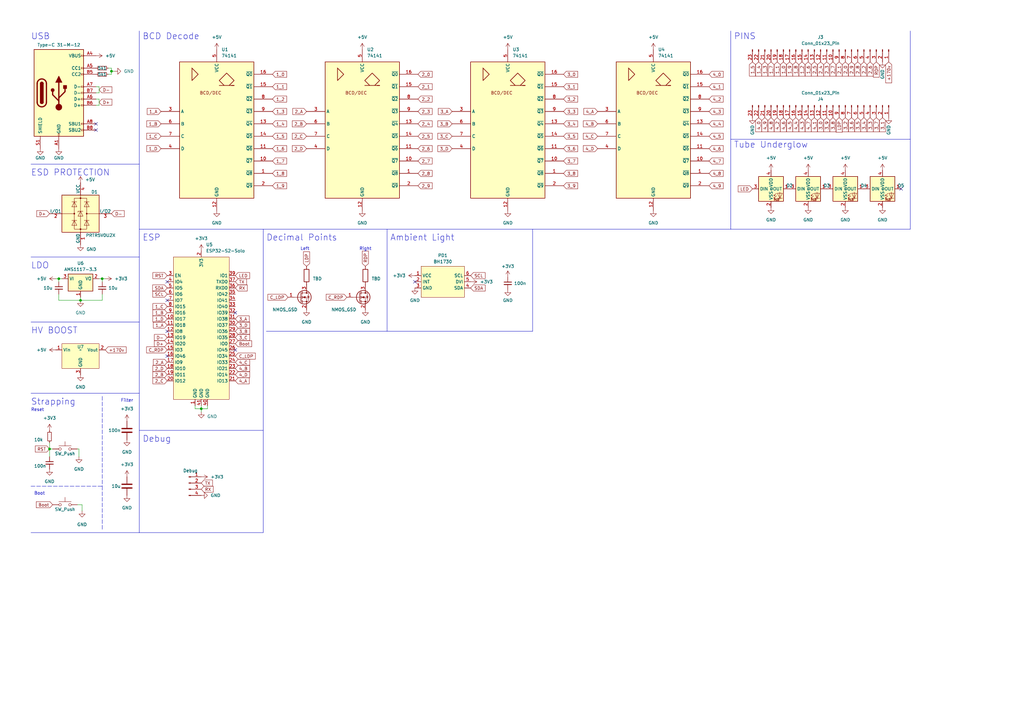
<source format=kicad_sch>
(kicad_sch (version 20230121) (generator eeschema)
  (paper "A3")
  (lib_symbols
    (symbol "74xx_IEEE:74141"
      (property "Reference" "U" (at 0 0 0))
      (property "Value" "74141" (at 15.24 -30.48 0))
      (symbol "74141_0_0"
        (text "BCD/DEC" (at -2.54 15.24 0) (effects (font (size 1.27 1.27))))
        (pin power_in line (at 0 -33.02 90) (length 5.08) (name "GND") (number "12"))
        (pin power_in line (at 0 33.02 270) (length 5.08) (name "VCC") (number "5"))
      )
      (symbol "74141_1_1"
        (pin open_collector line (at 22.86 -17.78 180) (length 7.62) (name "~{Q8}") (number "1"))
        (pin open_collector line (at 22.86 -12.7 180) (length 7.62) (name "~{Q7}") (number "10"))
        (pin open_collector line (at 22.86 -7.62 180) (length 7.62) (name "~{Q6}") (number "11"))
        (pin open_collector line (at 22.86 2.54 180) (length 7.62) (name "~{Q4}") (number "13"))
        (pin open_collector line (at 22.86 -2.54 180) (length 7.62) (name "~{Q5}") (number "14"))
        (pin open_collector line (at 22.86 17.78 180) (length 7.62) (name "~{Q1}") (number "15"))
        (pin open_collector line (at 22.86 22.86 180) (length 7.62) (name "~{Q0}") (number "16"))
        (pin open_collector line (at 22.86 -22.86 180) (length 7.62) (name "~{Q9}") (number "2"))
        (pin input line (at -22.86 7.62 0) (length 7.62) (name "A") (number "3"))
        (pin input line (at -22.86 -7.62 0) (length 7.62) (name "D") (number "4"))
        (pin input line (at -22.86 2.54 0) (length 7.62) (name "B") (number "6"))
        (pin input line (at -22.86 -2.54 0) (length 7.62) (name "C") (number "7"))
        (pin open_collector line (at 22.86 12.7 180) (length 7.62) (name "~{Q2}") (number "8"))
        (pin open_collector line (at 22.86 7.62 180) (length 7.62) (name "~{Q3}") (number "9"))
      )
    )
    (symbol "BH1730:BH1730"
      (property "Reference" "PD" (at 0 5.08 0))
      (property "Value" "BH1730" (at 0 -5.08 0))
      (symbol "BH1730_1_1"
        (pin power_in line (at -11.43 2.54 0) (length 2.54) (name "VCC") (number "1"))
        (pin input line (at -11.43 0 0) (length 2.54) (name "INT") (number "2"))
        (pin power_in line (at -11.43 -2.54 0) (length 2.54) (name "GND") (number "3"))
        (pin bidirectional line (at 11.43 -2.54 180) (length 2.54) (name "SDA") (number "4"))
        (pin input line (at 11.43 0 180) (length 2.54) (name "DVI") (number "5"))
        (pin input line (at 11.43 2.54 180) (length 2.54) (name "SCL") (number "6"))
      )
    )
    (symbol "Connector:Conn_01x04_Pin" (pin_names (offset 1.016) hide)
      (property "Reference" "J" (at 0 5.08 0))
      (property "Value" "Conn_01x04_Pin" (at 0 -7.62 0))
      (symbol "Conn_01x04_Pin_1_1"
        (pin passive line (at 5.08 2.54 180) (length 3.81) (name "Pin_1") (number "1"))
        (pin passive line (at 5.08 0 180) (length 3.81) (name "Pin_2") (number "2"))
        (pin passive line (at 5.08 -2.54 180) (length 3.81) (name "Pin_3") (number "3"))
        (pin passive line (at 5.08 -5.08 180) (length 3.81) (name "Pin_4") (number "4"))
      )
    )
    (symbol "Connector:Conn_01x23_Pin" (pin_names (offset 1.016) hide)
      (property "Reference" "J" (at 0 30.48 0))
      (property "Value" "Conn_01x23_Pin" (at 0 -30.48 0))
      (symbol "Conn_01x23_Pin_1_1"
        (pin passive line (at 5.08 27.94 180) (length 3.81) (name "Pin_1") (number "1"))
        (pin passive line (at 5.08 5.08 180) (length 3.81) (name "Pin_10") (number "10"))
        (pin passive line (at 5.08 2.54 180) (length 3.81) (name "Pin_11") (number "11"))
        (pin passive line (at 5.08 0 180) (length 3.81) (name "Pin_12") (number "12"))
        (pin passive line (at 5.08 -2.54 180) (length 3.81) (name "Pin_13") (number "13"))
        (pin passive line (at 5.08 -5.08 180) (length 3.81) (name "Pin_14") (number "14"))
        (pin passive line (at 5.08 -7.62 180) (length 3.81) (name "Pin_15") (number "15"))
        (pin passive line (at 5.08 -10.16 180) (length 3.81) (name "Pin_16") (number "16"))
        (pin passive line (at 5.08 -12.7 180) (length 3.81) (name "Pin_17") (number "17"))
        (pin passive line (at 5.08 -15.24 180) (length 3.81) (name "Pin_18") (number "18"))
        (pin passive line (at 5.08 -17.78 180) (length 3.81) (name "Pin_19") (number "19"))
        (pin passive line (at 5.08 25.4 180) (length 3.81) (name "Pin_2") (number "2"))
        (pin passive line (at 5.08 -20.32 180) (length 3.81) (name "Pin_20") (number "20"))
        (pin passive line (at 5.08 -22.86 180) (length 3.81) (name "Pin_21") (number "21"))
        (pin passive line (at 5.08 -25.4 180) (length 3.81) (name "Pin_22") (number "22"))
        (pin passive line (at 5.08 -27.94 180) (length 3.81) (name "Pin_23") (number "23"))
        (pin passive line (at 5.08 22.86 180) (length 3.81) (name "Pin_3") (number "3"))
        (pin passive line (at 5.08 20.32 180) (length 3.81) (name "Pin_4") (number "4"))
        (pin passive line (at 5.08 17.78 180) (length 3.81) (name "Pin_5") (number "5"))
        (pin passive line (at 5.08 15.24 180) (length 3.81) (name "Pin_6") (number "6"))
        (pin passive line (at 5.08 12.7 180) (length 3.81) (name "Pin_7") (number "7"))
        (pin passive line (at 5.08 10.16 180) (length 3.81) (name "Pin_8") (number "8"))
        (pin passive line (at 5.08 7.62 180) (length 3.81) (name "Pin_9") (number "9"))
      )
    )
    (symbol "Connector:USB_C_Receptacle_USB2.0" (pin_names (offset 1.016))
      (property "Reference" "J" (at -10.16 19.05 0))
      (property "Value" "USB_C_Receptacle_USB2.0" (at 19.05 19.05 0))
      (symbol "USB_C_Receptacle_USB2.0_1_1"
        (pin passive line (at 0 -22.86 90) (length 5.08) (name "GND") (number "A1"))
        (pin passive line (at 0 -22.86 90) (length 5.08) hide (name "GND") (number "A12"))
        (pin passive line (at 15.24 15.24 180) (length 5.08) (name "VBUS") (number "A4"))
        (pin bidirectional line (at 15.24 10.16 180) (length 5.08) (name "CC1") (number "A5"))
        (pin bidirectional line (at 15.24 -2.54 180) (length 5.08) (name "D+") (number "A6"))
        (pin bidirectional line (at 15.24 2.54 180) (length 5.08) (name "D-") (number "A7"))
        (pin bidirectional line (at 15.24 -12.7 180) (length 5.08) (name "SBU1") (number "A8"))
        (pin passive line (at 15.24 15.24 180) (length 5.08) hide (name "VBUS") (number "A9"))
        (pin passive line (at 0 -22.86 90) (length 5.08) hide (name "GND") (number "B1"))
        (pin passive line (at 0 -22.86 90) (length 5.08) hide (name "GND") (number "B12"))
        (pin passive line (at 15.24 15.24 180) (length 5.08) hide (name "VBUS") (number "B4"))
        (pin bidirectional line (at 15.24 7.62 180) (length 5.08) (name "CC2") (number "B5"))
        (pin bidirectional line (at 15.24 -5.08 180) (length 5.08) (name "D+") (number "B6"))
        (pin bidirectional line (at 15.24 0 180) (length 5.08) (name "D-") (number "B7"))
        (pin bidirectional line (at 15.24 -15.24 180) (length 5.08) (name "SBU2") (number "B8"))
        (pin passive line (at 15.24 15.24 180) (length 5.08) hide (name "VBUS") (number "B9"))
        (pin passive line (at -7.62 -22.86 90) (length 5.08) (name "SHIELD") (number "S1"))
      )
    )
    (symbol "Device:C" (pin_numbers hide) (pin_names (offset 0.254))
      (property "Reference" "C" (at 0.635 2.54 0))
      (property "Value" "C" (at 0.635 -2.54 0))
      (symbol "C_1_1"
        (pin passive line (at 0 3.81 270) (length 2.794) (name "~") (number "1"))
        (pin passive line (at 0 -3.81 90) (length 2.794) (name "~") (number "2"))
      )
    )
    (symbol "Device:C_Small" (pin_numbers hide) (pin_names (offset 0.254) hide)
      (property "Reference" "C" (at 0.254 1.778 0))
      (property "Value" "C_Small" (at 0.254 -2.032 0))
      (symbol "C_Small_1_1"
        (pin passive line (at 0 2.54 270) (length 2.032) (name "~") (number "1"))
        (pin passive line (at 0 -2.54 90) (length 2.032) (name "~") (number "2"))
      )
    )
    (symbol "Device:Q_NMOS_GSD" (pin_names (offset 0) hide)
      (property "Reference" "Q" (at 5.08 1.27 0))
      (property "Value" "Q_NMOS_GSD" (at 5.08 -1.27 0))
      (symbol "Q_NMOS_GSD_1_1"
        (pin input line (at -5.08 0 0) (length 2.54) (name "G") (number "1"))
        (pin passive line (at 2.54 -5.08 90) (length 2.54) (name "S") (number "2"))
        (pin passive line (at 2.54 5.08 270) (length 2.54) (name "D") (number "3"))
      )
    )
    (symbol "Device:R" (pin_numbers hide) (pin_names (offset 0))
      (property "Reference" "R" (at 2.032 0 90))
      (property "Value" "R" (at 0 0 90))
      (symbol "R_1_1"
        (pin passive line (at 0 3.81 270) (length 1.27) (name "~") (number "1"))
        (pin passive line (at 0 -3.81 90) (length 1.27) (name "~") (number "2"))
      )
    )
    (symbol "Device:R_Small" (pin_numbers hide) (pin_names (offset 0.254) hide)
      (property "Reference" "R" (at 0.762 0.508 0))
      (property "Value" "R_Small" (at 0.762 -1.016 0))
      (symbol "R_Small_1_1"
        (pin passive line (at 0 2.54 270) (length 0.762) (name "~") (number "1"))
        (pin passive line (at 0 -2.54 90) (length 0.762) (name "~") (number "2"))
      )
    )
    (symbol "ESP:ESP32-S2-Solo"
      (property "Reference" "U5" (at 1.9559 34.29 0))
      (property "Value" "ESP32-S2-Solo" (at 1.9559 31.75 0))
      (symbol "ESP32-S2-Solo_1_1"
        (pin power_out line (at -2.54 -31.75 90) (length 2.54) (name "GND") (number "1"))
        (pin bidirectional line (at -13.97 3.81 0) (length 2.54) (name "IO17") (number "10"))
        (pin bidirectional line (at -13.97 1.27 0) (length 2.54) (name "IO18") (number "11"))
        (pin bidirectional line (at -13.97 -1.27 0) (length 2.54) (name "IO8") (number "12"))
        (pin bidirectional line (at -13.97 -3.81 0) (length 2.54) (name "IO19") (number "13"))
        (pin bidirectional line (at -13.97 -6.35 0) (length 2.54) (name "IO20") (number "14"))
        (pin bidirectional line (at -13.97 -8.89 0) (length 2.54) (name "IO3") (number "15"))
        (pin input line (at -13.97 -11.43 0) (length 2.54) (name "IO46") (number "16"))
        (pin bidirectional line (at -13.97 -13.97 0) (length 2.54) (name "IO9") (number "17"))
        (pin bidirectional line (at -13.97 -16.51 0) (length 2.54) (name "IO10") (number "18"))
        (pin bidirectional line (at -13.97 -19.05 0) (length 2.54) (name "IO11") (number "19"))
        (pin power_in line (at 0 31.75 270) (length 2.54) (name "3V3") (number "2"))
        (pin bidirectional line (at -13.97 -21.59 0) (length 2.54) (name "IO12") (number "20"))
        (pin bidirectional line (at 13.97 -21.59 180) (length 2.54) (name "IO13") (number "21"))
        (pin bidirectional line (at 13.97 -19.05 180) (length 2.54) (name "IO14") (number "22"))
        (pin bidirectional line (at 13.97 -16.51 180) (length 2.54) (name "IO21") (number "23"))
        (pin bidirectional line (at 13.97 -13.97 180) (length 2.54) (name "IO33") (number "24"))
        (pin bidirectional line (at 13.97 -11.43 180) (length 2.54) (name "IO34") (number "25"))
        (pin bidirectional line (at 13.97 -8.89 180) (length 2.54) (name "IO45") (number "26"))
        (pin bidirectional line (at 13.97 -6.35 180) (length 2.54) (name "IO0") (number "27"))
        (pin bidirectional line (at 13.97 -3.81 180) (length 2.54) (name "IO35") (number "28"))
        (pin bidirectional line (at 13.97 -1.27 180) (length 2.54) (name "IO36") (number "29"))
        (pin input line (at -13.97 21.59 0) (length 2.54) (name "EN") (number "3"))
        (pin bidirectional line (at 13.97 1.27 180) (length 2.54) (name "IO37") (number "30"))
        (pin bidirectional line (at 13.97 3.81 180) (length 2.54) (name "IO38") (number "31"))
        (pin bidirectional line (at 13.97 6.35 180) (length 2.54) (name "IO39") (number "32"))
        (pin bidirectional line (at 13.97 8.89 180) (length 2.54) (name "IO40") (number "33"))
        (pin bidirectional line (at 13.97 11.43 180) (length 2.54) (name "IO41") (number "34"))
        (pin bidirectional line (at 13.97 13.97 180) (length 2.54) (name "IO42") (number "35"))
        (pin bidirectional line (at 13.97 16.51 180) (length 2.54) (name "RXD0") (number "36"))
        (pin bidirectional line (at 13.97 19.05 180) (length 2.54) (name "TXD0") (number "37"))
        (pin bidirectional line (at 13.97 21.59 180) (length 2.54) (name "IO1") (number "39"))
        (pin bidirectional line (at -13.97 19.05 0) (length 2.54) (name "IO4") (number "4"))
        (pin power_out line (at 2.54 -31.75 90) (length 2.54) (name "GND") (number "40"))
        (pin power_out line (at 0 -31.75 90) (length 2.54) (name "GND") (number "41"))
        (pin bidirectional line (at -13.97 16.51 0) (length 2.54) (name "IO5") (number "5"))
        (pin bidirectional line (at -13.97 13.97 0) (length 2.54) (name "IO6") (number "6"))
        (pin bidirectional line (at -13.97 11.43 0) (length 2.54) (name "IO7") (number "7"))
        (pin bidirectional line (at -13.97 8.89 0) (length 2.54) (name "IO15") (number "8"))
        (pin bidirectional line (at -13.97 6.35 0) (length 2.54) (name "IO16") (number "9"))
      )
    )
    (symbol "Power_Protection:PRTR5V0U2X" (pin_names (offset 0))
      (property "Reference" "D" (at 2.794 8.636 0))
      (property "Value" "PRTR5V0U2X" (at 8.128 -9.398 0))
      (symbol "PRTR5V0U2X_1_1"
        (pin passive line (at 0 -12.7 90) (length 5.08) (name "GND") (number "1"))
        (pin passive line (at -12.7 0 0) (length 5.08) (name "I/O1") (number "2"))
        (pin passive line (at 12.7 0 180) (length 5.08) (name "I/O2") (number "3"))
        (pin passive line (at 0 12.7 270) (length 5.08) (name "VCC") (number "4"))
      )
    )
    (symbol "Regulator_Linear:AMS1117-3.3"
      (property "Reference" "U" (at -3.81 3.175 0))
      (property "Value" "AMS1117-3.3" (at 0 3.175 0))
      (symbol "AMS1117-3.3_1_1"
        (pin power_in line (at 0 -7.62 90) (length 2.54) (name "GND") (number "1"))
        (pin power_out line (at 7.62 0 180) (length 2.54) (name "VO") (number "2"))
        (pin power_in line (at -7.62 0 0) (length 2.54) (name "VI") (number "3"))
      )
    )
    (symbol "Switch:SW_Push" (pin_numbers hide) (pin_names (offset 1.016) hide)
      (property "Reference" "SW" (at 1.27 2.54 0))
      (property "Value" "SW_Push" (at 0 -1.524 0))
      (symbol "SW_Push_0_1"
        (pin passive line (at -5.08 0 0) (length 2.54) (name "1") (number "1"))
        (pin passive line (at 5.08 0 180) (length 2.54) (name "2") (number "2"))
      )
    )
    (symbol "WorldSemi_LED:WS2812B-2020"
      (property "Reference" "D" (at -4.445 4.0894 0))
      (symbol "WS2812B-2020_0_0"
        (text "RGB" (at 2.2352 -4.4704 0) (effects (font (size 0.762 0.762))))
      )
      (symbol "WS2812B-2020_1_1"
        (pin output line (at 7.62 0 180) (length 2.54) (name "DOUT") (number "1"))
        (pin power_in line (at 0 -7.62 90) (length 2.54) (name "VSS") (number "2"))
        (pin input line (at -7.62 0 0) (length 2.54) (name "DIN") (number "3"))
        (pin power_in line (at 0 7.62 270) (length 2.54) (name "VDD") (number "4"))
      )
    )
    (symbol "omnixie:8200HV"
      (property "Reference" "U" (at 0 5.08 0))
      (symbol "8200HV_1_1"
        (pin output line (at -10.16 0 0) (length 2.54) (name "Vin") (number "1"))
        (pin output line (at 10.16 0 180) (length 2.54) (name "Vout") (number "2"))
        (pin output line (at 0 -10.16 90) (length 2.54) (name "GND") (number "3"))
      )
    )
    (symbol "power:+3V3" (power) (pin_names (offset 0))
      (property "Value" "+3V3" (at 0 3.556 0))
      (symbol "+3V3_1_1"
        (pin power_in line (at 0 0 90) (length 0) hide (name "+3V3") (number "1"))
      )
    )
    (symbol "power:+5V" (power) (pin_names (offset 0))
      (property "Value" "+5V" (at 0 3.556 0))
      (symbol "+5V_1_1"
        (pin power_in line (at 0 0 90) (length 0) hide (name "+5V") (number "1"))
      )
    )
    (symbol "power:GND" (power) (pin_names (offset 0))
      (property "Value" "GND" (at 0 -3.81 0))
      (symbol "GND_1_1"
        (pin power_in line (at 0 0 270) (length 0) hide (name "GND") (number "1"))
      )
    )
  )
  (junction (at 20.32 184.15))
  (junction (at 24.13 114.3))
  (junction (at 45.72 29.21))
  (junction (at 82.55 167.64))
  (junction (at 33.02 123.19))
  (junction (at 41.91 114.3))
  (no_connect (at 68.58 146.05))
  (no_connect (at 96.52 128.27))
  (no_connect (at 170.18 115.57))
  (no_connect (at 68.58 135.89))
  (no_connect (at 39.37 53.34))
  (no_connect (at 68.58 115.57))
  (no_connect (at 369.57 77.47))
  (no_connect (at 39.37 50.8))
  (no_connect (at 96.52 143.51))
  (no_connect (at 68.58 123.19))
  (wire (pts (xy 32.385 187.325) (xy 32.385 184.15)))
  (polyline (pts (xy 57.15 93.98) (xy 57.15 105.41)))
  (polyline (pts (xy 12.7 67.31) (xy 57.15 67.31)))
  (polyline (pts (xy 158.75 135.89) (xy 158.75 93.98)))
  (polyline (pts (xy 12.7 105.41) (xy 57.15 105.41)))
  (wire (pts (xy 39.37 43.18) (xy 40.64 43.18)))
  (polyline (pts (xy 41.91 162.56) (xy 41.91 199.39)) (stroke (width 0) (type dash)))
  (polyline (pts (xy 57.15 12.7) (xy 57.15 67.31)))
  (polyline (pts (xy 109.22 135.89) (xy 158.75 135.89)))
  (wire (pts (xy 20.32 184.15) (xy 21.59 184.15)))
  (polyline (pts (xy 107.95 218.44) (xy 107.95 176.53)))
  (polyline (pts (xy 12.7 218.44) (xy 57.15 218.44)))
  (wire (pts (xy 44.45 30.48) (xy 45.72 30.48)))
  (polyline (pts (xy 57.15 176.53) (xy 57.15 218.44)))
  (polyline (pts (xy 57.15 105.41) (xy 57.15 132.08)))
  (wire (pts (xy 32.385 184.15) (xy 31.75 184.15)))
  (wire (pts (xy 82.55 167.64) (xy 82.55 168.91)))
  (wire (pts (xy 20.32 184.15) (xy 20.32 187.325)))
  (polyline (pts (xy 299.72 57.15) (xy 373.38 57.15)))
  (polyline (pts (xy 57.15 176.53) (xy 57.15 161.29)))
  (polyline (pts (xy 218.44 135.89) (xy 218.44 93.98)))
  (wire (pts (xy 39.37 38.1) (xy 40.64 38.1)))
  (wire (pts (xy 44.45 27.94) (xy 45.72 27.94)))
  (polyline (pts (xy 57.15 132.08) (xy 57.15 161.29)))
  (wire (pts (xy 33.02 121.92) (xy 33.02 123.19)))
  (polyline (pts (xy 12.7 132.08) (xy 57.15 132.08)))
  (wire (pts (xy 40.64 40.64) (xy 40.64 43.18)))
  (wire (pts (xy 39.37 40.64) (xy 40.64 40.64)))
  (wire (pts (xy 22.86 114.3) (xy 24.13 114.3)))
  (wire (pts (xy 85.09 167.64) (xy 82.55 167.64)))
  (polyline (pts (xy 373.38 12.7) (xy 373.38 57.15)))
  (wire (pts (xy 41.91 120.65) (xy 41.91 123.19)))
  (wire (pts (xy 24.13 114.3) (xy 25.4 114.3)))
  (polyline (pts (xy 12.7 199.39) (xy 41.91 199.39)) (stroke (width 0) (type dash)))
  (wire (pts (xy 40.64 35.56) (xy 40.64 38.1)))
  (polyline (pts (xy 57.15 67.31) (xy 57.15 93.98)))
  (wire (pts (xy 80.01 167.64) (xy 82.55 167.64)))
  (polyline (pts (xy 57.15 93.98) (xy 299.72 93.98)))
  (polyline (pts (xy 299.72 12.7) (xy 299.72 93.98)))
  (wire (pts (xy 20.32 181.61) (xy 20.32 184.15)))
  (wire (pts (xy 24.13 114.3) (xy 24.13 115.57)))
  (wire (pts (xy 85.09 166.37) (xy 85.09 167.64)))
  (polyline (pts (xy 107.95 93.98) (xy 107.95 176.53)))
  (wire (pts (xy 24.13 123.19) (xy 33.02 123.19)))
  (polyline (pts (xy 107.95 176.53) (xy 57.15 176.53)))
  (wire (pts (xy 41.91 115.57) (xy 41.91 114.3)))
  (polyline (pts (xy 41.91 199.39) (xy 41.91 217.17)) (stroke (width 0) (type dash)))
  (wire (pts (xy 39.37 35.56) (xy 40.64 35.56)))
  (wire (pts (xy 33.655 209.55) (xy 33.655 207.01)))
  (wire (pts (xy 41.91 114.3) (xy 43.18 114.3)))
  (wire (pts (xy 45.72 29.21) (xy 46.99 29.21)))
  (wire (pts (xy 33.655 207.01) (xy 31.75 207.01)))
  (wire (pts (xy 82.55 166.37) (xy 82.55 167.64)))
  (wire (pts (xy 45.72 27.94) (xy 45.72 29.21)))
  (wire (pts (xy 24.13 120.65) (xy 24.13 123.19)))
  (wire (pts (xy 45.72 29.21) (xy 45.72 30.48)))
  (polyline (pts (xy 12.7 161.29) (xy 57.15 161.29)))
  (wire (pts (xy 80.01 166.37) (xy 80.01 167.64)))
  (polyline (pts (xy 57.15 218.44) (xy 107.95 218.44)))
  (wire (pts (xy 33.02 123.19) (xy 41.91 123.19)))
  (polyline (pts (xy 158.75 135.89) (xy 218.44 135.89)))
  (wire (pts (xy 40.64 114.3) (xy 41.91 114.3)))
  (polyline (pts (xy 299.72 93.98) (xy 373.38 93.98)))
  (polyline (pts (xy 373.38 93.98) (xy 373.38 57.15)))
  (text "USB" (at 12.7 16.51 0) (effects (font (size 2.54 2.54)) (justify left bottom)))
  (text "Right" (at 147.32 102.87 0) (effects (font (size 1.27 1.27)) (justify left bottom)))
  (text "ESP" (at 58.42 99.06 0) (effects (font (size 2.54 2.54)) (justify left bottom)))
  (text "LDO" (at 12.7 110.49 0) (effects (font (size 2.54 2.54)) (justify left bottom)))
  (text "Strapping" (at 12.7 166.37 0) (effects (font (size 2.54 2.54)) (justify left bottom)))
  (text "Tube Underglow" (at 300.99 60.96 0) (effects (font (size 2.54 2.54)) (justify left bottom)))
  (text "Boot" (at 13.97 203.2 0) (effects (font (size 1.27 1.27)) (justify left bottom)))
  (text "HV BOOST" (at 12.7 137.16 0) (effects (font (size 2.54 2.54)) (justify left bottom)))
  (text "Reset" (at 12.7 168.91 0) (effects (font (size 1.27 1.27)) (justify left bottom)))
  (text "BCD Decode" (at 58.42 16.51 0) (effects (font (size 2.54 2.54)) (justify left bottom)))
  (text "Left" (at 123.19 102.87 0) (effects (font (size 1.27 1.27)) (justify left bottom)))
  (text "PINS" (at 300.99 16.51 0) (effects (font (size 2.54 2.54)) (justify left bottom)))
  (text "Decimal Points" (at 109.22 99.06 0) (effects (font (size 2.54 2.54)) (justify left bottom)))
  (text "Filter" (at 49.53 165.1 0) (effects (font (size 1.27 1.27)) (justify left bottom)))
  (text "Ambient Light" (at 160.02 99.06 0) (effects (font (size 2.54 2.54)) (justify left bottom)))
  (text "Debug" (at 58.42 181.61 0) (effects (font (size 2.54 2.54)) (justify left bottom)))
  (text "ESD PROTECTION" (at 12.7 72.39 0) (effects (font (size 2.54 2.54)) (justify left bottom)))
  (global_label "1_6" (shape input) (at 331.47 25.4 270) (property "Intersheetrefs" "${INTERSHEET_REFS}" (effects hide)))
  (global_label "4_B" (shape input) (at 245.11 50.8 180) (property "Intersheetrefs" "${INTERSHEET_REFS}" (effects hide)))
  (global_label "SDA" (shape input) (at 68.58 118.11 180) (property "Intersheetrefs" "${INTERSHEET_REFS}" (effects hide)))
  (global_label "D-" (shape input) (at 45.72 87.63 0) (property "Intersheetrefs" "${INTERSHEET_REFS}" (effects hide)))
  (global_label "3_B" (shape input) (at 185.42 50.8 180) (property "Intersheetrefs" "${INTERSHEET_REFS}" (effects hide)))
  (global_label "4_1" (shape input) (at 334.01 48.26 270) (property "Intersheetrefs" "${INTERSHEET_REFS}" (effects hide)))
  (global_label "4_7" (shape input) (at 290.83 66.04 0) (property "Intersheetrefs" "${INTERSHEET_REFS}" (effects hide)))
  (global_label "1_8" (shape input) (at 111.76 71.12 0) (property "Intersheetrefs" "${INTERSHEET_REFS}" (effects hide)))
  (global_label "3_3" (shape input) (at 356.87 48.26 270) (property "Intersheetrefs" "${INTERSHEET_REFS}" (effects hide)))
  (global_label "SCL" (shape input) (at 68.58 120.65 180) (property "Intersheetrefs" "${INTERSHEET_REFS}" (effects hide)))
  (global_label "4_5" (shape input) (at 290.83 55.88 0) (property "Intersheetrefs" "${INTERSHEET_REFS}" (effects hide)))
  (global_label "4_2" (shape input) (at 318.77 48.26 270) (property "Intersheetrefs" "${INTERSHEET_REFS}" (effects hide)))
  (global_label "C_RDP" (shape input) (at 142.24 121.92 180) (property "Intersheetrefs" "${INTERSHEET_REFS}" (effects hide)))
  (global_label "4_1" (shape input) (at 290.83 35.56 0) (property "Intersheetrefs" "${INTERSHEET_REFS}" (effects hide)))
  (global_label "2_5" (shape input) (at 334.01 25.4 270) (property "Intersheetrefs" "${INTERSHEET_REFS}" (effects hide)))
  (global_label "4_D" (shape input) (at 245.11 60.96 180) (property "Intersheetrefs" "${INTERSHEET_REFS}" (effects hide)))
  (global_label "2_4" (shape input) (at 171.45 50.8 0) (property "Intersheetrefs" "${INTERSHEET_REFS}" (effects hide)))
  (global_label "RDP" (shape input) (at 359.41 25.4 270) (property "Intersheetrefs" "${INTERSHEET_REFS}" (effects hide)))
  (global_label "3_8" (shape input) (at 341.63 48.26 270) (property "Intersheetrefs" "${INTERSHEET_REFS}" (effects hide)))
  (global_label "2_1" (shape input) (at 171.45 35.56 0) (property "Intersheetrefs" "${INTERSHEET_REFS}" (effects hide)))
  (global_label "LDP" (shape input) (at 344.17 48.26 270) (property "Intersheetrefs" "${INTERSHEET_REFS}" (effects hide)))
  (global_label "2_1" (shape input) (at 344.17 25.4 270) (property "Intersheetrefs" "${INTERSHEET_REFS}" (effects hide)))
  (global_label "3_4" (shape input) (at 231.14 50.8 0) (property "Intersheetrefs" "${INTERSHEET_REFS}" (effects hide)))
  (global_label "2_3" (shape input) (at 171.45 45.72 0) (property "Intersheetrefs" "${INTERSHEET_REFS}" (effects hide)))
  (global_label "4_5" (shape input) (at 323.85 48.26 270) (property "Intersheetrefs" "${INTERSHEET_REFS}" (effects hide)))
  (global_label "1_2" (shape input) (at 328.93 25.4 270) (property "Intersheetrefs" "${INTERSHEET_REFS}" (effects hide)))
  (global_label "4_0" (shape input) (at 311.15 48.26 270) (property "Intersheetrefs" "${INTERSHEET_REFS}" (effects hide)))
  (global_label "2_6" (shape input) (at 356.87 25.4 270) (property "Intersheetrefs" "${INTERSHEET_REFS}" (effects hide)))
  (global_label "1_D" (shape input) (at 66.04 60.96 180) (property "Intersheetrefs" "${INTERSHEET_REFS}" (effects hide)))
  (global_label "2_A" (shape input) (at 125.73 45.72 180) (property "Intersheetrefs" "${INTERSHEET_REFS}" (effects hide)))
  (global_label "LED" (shape input) (at 308.61 77.47 180) (property "Intersheetrefs" "${INTERSHEET_REFS}" (effects hide)))
  (global_label "3_C" (shape input) (at 185.42 55.88 180) (property "Intersheetrefs" "${INTERSHEET_REFS}" (effects hide)))
  (global_label "RST" (shape input) (at 68.58 113.03 180) (property "Intersheetrefs" "${INTERSHEET_REFS}" (effects hide)))
  (global_label "C_RDP" (shape input) (at 68.58 143.51 180) (property "Intersheetrefs" "${INTERSHEET_REFS}" (effects hide)))
  (global_label "1_0" (shape input) (at 111.76 30.48 0) (property "Intersheetrefs" "${INTERSHEET_REFS}" (effects hide)))
  (global_label "D+" (shape input) (at 40.64 41.91 0) (property "Intersheetrefs" "${INTERSHEET_REFS}" (effects hide)))
  (global_label "3_6" (shape input) (at 349.25 48.26 270) (property "Intersheetrefs" "${INTERSHEET_REFS}" (effects hide)))
  (global_label "D-" (shape input) (at 68.58 138.43 180) (property "Intersheetrefs" "${INTERSHEET_REFS}" (effects hide)))
  (global_label "3_A" (shape input) (at 185.42 45.72 180) (property "Intersheetrefs" "${INTERSHEET_REFS}" (effects hide)))
  (global_label "3_D" (shape input) (at 185.42 60.96 180) (property "Intersheetrefs" "${INTERSHEET_REFS}" (effects hide)))
  (global_label "3_1" (shape input) (at 361.95 48.26 270) (property "Intersheetrefs" "${INTERSHEET_REFS}" (effects hide)))
  (global_label "3_5" (shape input) (at 351.79 48.26 270) (property "Intersheetrefs" "${INTERSHEET_REFS}" (effects hide)))
  (global_label "2_0" (shape input) (at 346.71 25.4 270) (property "Intersheetrefs" "${INTERSHEET_REFS}" (effects hide)))
  (global_label "1_6" (shape input) (at 111.76 60.96 0) (property "Intersheetrefs" "${INTERSHEET_REFS}" (effects hide)))
  (global_label "RDP" (shape input) (at 149.86 109.22 90) (property "Intersheetrefs" "${INTERSHEET_REFS}" (effects hide)))
  (global_label "1_A" (shape input) (at 66.04 45.72 180) (property "Intersheetrefs" "${INTERSHEET_REFS}" (effects hide)))
  (global_label "3_7" (shape input) (at 359.41 48.26 270) (property "Intersheetrefs" "${INTERSHEET_REFS}" (effects hide)))
  (global_label "TX" (shape input) (at 82.55 198.12 0) (property "Intersheetrefs" "${INTERSHEET_REFS}" (effects hide)))
  (global_label "2_B" (shape input) (at 68.58 153.67 180) (property "Intersheetrefs" "${INTERSHEET_REFS}" (effects hide)))
  (global_label "3_1" (shape input) (at 231.14 35.56 0) (property "Intersheetrefs" "${INTERSHEET_REFS}" (effects hide)))
  (global_label "2_7" (shape input) (at 341.63 25.4 270) (property "Intersheetrefs" "${INTERSHEET_REFS}" (effects hide)))
  (global_label "3_2" (shape input) (at 346.71 48.26 270) (property "Intersheetrefs" "${INTERSHEET_REFS}" (effects hide)))
  (global_label "3_6" (shape input) (at 231.14 60.96 0) (property "Intersheetrefs" "${INTERSHEET_REFS}" (effects hide)))
  (global_label "RX" (shape input) (at 82.55 200.66 0) (property "Intersheetrefs" "${INTERSHEET_REFS}" (effects hide)))
  (global_label "4_A" (shape input) (at 245.11 45.72 180) (property "Intersheetrefs" "${INTERSHEET_REFS}" (effects hide)))
  (global_label "C_LDP" (shape input) (at 96.52 146.05 0) (property "Intersheetrefs" "${INTERSHEET_REFS}" (effects hide)))
  (global_label "1_C" (shape input) (at 68.58 125.73 180) (property "Intersheetrefs" "${INTERSHEET_REFS}" (effects hide)))
  (global_label "1_5" (shape input) (at 111.76 55.88 0) (property "Intersheetrefs" "${INTERSHEET_REFS}" (effects hide)))
  (global_label "D+" (shape input) (at 68.58 140.97 180) (property "Intersheetrefs" "${INTERSHEET_REFS}" (effects hide)))
  (global_label "2_6" (shape input) (at 171.45 60.96 0) (property "Intersheetrefs" "${INTERSHEET_REFS}" (effects hide)))
  (global_label "2_8" (shape input) (at 171.45 71.12 0) (property "Intersheetrefs" "${INTERSHEET_REFS}" (effects hide)))
  (global_label "2_2" (shape input) (at 354.33 25.4 270) (property "Intersheetrefs" "${INTERSHEET_REFS}" (effects hide)))
  (global_label "3_A" (shape input) (at 96.52 130.81 0) (property "Intersheetrefs" "${INTERSHEET_REFS}" (effects hide)))
  (global_label "4_6" (shape input) (at 290.83 60.96 0) (property "Intersheetrefs" "${INTERSHEET_REFS}" (effects hide)))
  (global_label "3_0" (shape input) (at 231.14 30.48 0) (property "Intersheetrefs" "${INTERSHEET_REFS}" (effects hide)))
  (global_label "3_D" (shape input) (at 96.52 133.35 0) (property "Intersheetrefs" "${INTERSHEET_REFS}" (effects hide)))
  (global_label "D+" (shape input) (at 20.32 87.63 180) (property "Intersheetrefs" "${INTERSHEET_REFS}" (effects hide)))
  (global_label "4_8" (shape input) (at 316.23 48.26 270) (property "Intersheetrefs" "${INTERSHEET_REFS}" (effects hide)))
  (global_label "4_4" (shape input) (at 326.39 48.26 270) (property "Intersheetrefs" "${INTERSHEET_REFS}" (effects hide)))
  (global_label "1_2" (shape input) (at 111.76 40.64 0) (property "Intersheetrefs" "${INTERSHEET_REFS}" (effects hide)))
  (global_label "4_A" (shape input) (at 96.52 156.21 0) (property "Intersheetrefs" "${INTERSHEET_REFS}" (effects hide)))
  (global_label "D-" (shape input) (at 40.64 36.83 0) (property "Intersheetrefs" "${INTERSHEET_REFS}" (effects hide)))
  (global_label "4_3" (shape input) (at 328.93 48.26 270) (property "Intersheetrefs" "${INTERSHEET_REFS}" (effects hide)))
  (global_label "2_D" (shape input) (at 125.73 60.96 180) (property "Intersheetrefs" "${INTERSHEET_REFS}" (effects hide)))
  (global_label "3_C" (shape input) (at 96.52 138.43 0) (property "Intersheetrefs" "${INTERSHEET_REFS}" (effects hide)))
  (global_label "1_7" (shape input) (at 316.23 25.4 270) (property "Intersheetrefs" "${INTERSHEET_REFS}" (effects hide)))
  (global_label "Boot" (shape input) (at 21.59 207.01 180) (property "Intersheetrefs" "${INTERSHEET_REFS}" (effects hide)))
  (global_label "1_B" (shape input) (at 66.04 50.8 180) (property "Intersheetrefs" "${INTERSHEET_REFS}" (effects hide)))
  (global_label "4_9" (shape input) (at 290.83 76.2 0) (property "Intersheetrefs" "${INTERSHEET_REFS}" (effects hide)))
  (global_label "LDP" (shape input) (at 125.73 109.22 90) (property "Intersheetrefs" "${INTERSHEET_REFS}" (effects hide)))
  (global_label "SDA" (shape input) (at 193.04 118.11 0) (property "Intersheetrefs" "${INTERSHEET_REFS}" (effects hide)))
  (global_label "1_C" (shape input) (at 66.04 55.88 180) (property "Intersheetrefs" "${INTERSHEET_REFS}" (effects hide)))
  (global_label "4_B" (shape input) (at 96.52 151.13 0) (property "Intersheetrefs" "${INTERSHEET_REFS}" (effects hide)))
  (global_label "4_6" (shape input) (at 321.31 48.26 270) (property "Intersheetrefs" "${INTERSHEET_REFS}" (effects hide)))
  (global_label "2_9" (shape input) (at 349.25 25.4 270) (property "Intersheetrefs" "${INTERSHEET_REFS}" (effects hide)))
  (global_label "2_C" (shape input) (at 125.73 55.88 180) (property "Intersheetrefs" "${INTERSHEET_REFS}" (effects hide)))
  (global_label "RX" (shape input) (at 96.52 118.11 0) (property "Intersheetrefs" "${INTERSHEET_REFS}" (effects hide)))
  (global_label "2_C" (shape input) (at 68.58 156.21 180) (property "Intersheetrefs" "${INTERSHEET_REFS}" (effects hide)))
  (global_label "2_7" (shape input) (at 171.45 66.04 0) (property "Intersheetrefs" "${INTERSHEET_REFS}" (effects hide)))
  (global_label "1_3" (shape input) (at 111.76 45.72 0) (property "Intersheetrefs" "${INTERSHEET_REFS}" (effects hide)))
  (global_label "Boot" (shape input) (at 96.52 140.97 0) (property "Intersheetrefs" "${INTERSHEET_REFS}" (effects hide)))
  (global_label "TX" (shape input) (at 96.52 115.57 0) (property "Intersheetrefs" "${INTERSHEET_REFS}" (effects hide)))
  (global_label "4_C" (shape input) (at 96.52 148.59 0) (property "Intersheetrefs" "${INTERSHEET_REFS}" (effects hide)))
  (global_label "1_5" (shape input) (at 308.61 25.4 270) (property "Intersheetrefs" "${INTERSHEET_REFS}" (effects hide)))
  (global_label "1_1" (shape input) (at 318.77 25.4 270) (property "Intersheetrefs" "${INTERSHEET_REFS}" (effects hide)))
  (global_label "3_9" (shape input) (at 231.14 76.2 0) (property "Intersheetrefs" "${INTERSHEET_REFS}" (effects hide)))
  (global_label "4_D" (shape input) (at 96.52 153.67 0) (property "Intersheetrefs" "${INTERSHEET_REFS}" (effects hide)))
  (global_label "2_4" (shape input) (at 336.55 25.4 270) (property "Intersheetrefs" "${INTERSHEET_REFS}" (effects hide)))
  (global_label "4_C" (shape input) (at 245.11 55.88 180) (property "Intersheetrefs" "${INTERSHEET_REFS}" (effects hide)))
  (global_label "4_9" (shape input) (at 313.69 48.26 270) (property "Intersheetrefs" "${INTERSHEET_REFS}" (effects hide)))
  (global_label "1_1" (shape input) (at 111.76 35.56 0) (property "Intersheetrefs" "${INTERSHEET_REFS}" (effects hide)))
  (global_label "3_0" (shape input) (at 336.55 48.26 270) (property "Intersheetrefs" "${INTERSHEET_REFS}" (effects hide)))
  (global_label "1_9" (shape input) (at 323.85 25.4 270) (property "Intersheetrefs" "${INTERSHEET_REFS}" (effects hide)))
  (global_label "3_8" (shape input) (at 231.14 71.12 0) (property "Intersheetrefs" "${INTERSHEET_REFS}" (effects hide)))
  (global_label "LED" (shape input) (at 96.52 113.03 0) (property "Intersheetrefs" "${INTERSHEET_REFS}" (effects hide)))
  (global_label "2_2" (shape input) (at 171.45 40.64 0) (property "Intersheetrefs" "${INTERSHEET_REFS}" (effects hide)))
  (global_label "4_7" (shape input) (at 331.47 48.26 270) (property "Intersheetrefs" "${INTERSHEET_REFS}" (effects hide)))
  (global_label "2_9" (shape input) (at 171.45 76.2 0) (property "Intersheetrefs" "${INTERSHEET_REFS}" (effects hide)))
  (global_label "1_9" (shape input) (at 111.76 76.2 0) (property "Intersheetrefs" "${INTERSHEET_REFS}" (effects hide)))
  (global_label "3_B" (shape input) (at 96.52 135.89 0) (property "Intersheetrefs" "${INTERSHEET_REFS}" (effects hide)))
  (global_label "2_A" (shape input) (at 68.58 148.59 180) (property "Intersheetrefs" "${INTERSHEET_REFS}" (effects hide)))
  (global_label "3_9" (shape input) (at 339.09 48.26 270) (property "Intersheetrefs" "${INTERSHEET_REFS}" (effects hide)))
  (global_label "3_5" (shape input) (at 231.14 55.88 0) (property "Intersheetrefs" "${INTERSHEET_REFS}" (effects hide)))
  (global_label "1_8" (shape input) (at 326.39 25.4 270) (property "Intersheetrefs" "${INTERSHEET_REFS}" (effects hide)))
  (global_label "1_7" (shape input) (at 111.76 66.04 0) (property "Intersheetrefs" "${INTERSHEET_REFS}" (effects hide)))
  (global_label "4_3" (shape input) (at 290.83 45.72 0) (property "Intersheetrefs" "${INTERSHEET_REFS}" (effects hide)))
  (global_label "1_A" (shape input) (at 68.58 133.35 180) (property "Intersheetrefs" "${INTERSHEET_REFS}" (effects hide)))
  (global_label "3_3" (shape input) (at 231.14 45.72 0) (property "Intersheetrefs" "${INTERSHEET_REFS}" (effects hide)))
  (global_label "3_2" (shape input) (at 231.14 40.64 0) (property "Intersheetrefs" "${INTERSHEET_REFS}" (effects hide)))
  (global_label "2_5" (shape input) (at 171.45 55.88 0) (property "Intersheetrefs" "${INTERSHEET_REFS}" (effects hide)))
  (global_label "2_8" (shape input) (at 351.79 25.4 270) (property "Intersheetrefs" "${INTERSHEET_REFS}" (effects hide)))
  (global_label "2_0" (shape input) (at 171.45 30.48 0) (property "Intersheetrefs" "${INTERSHEET_REFS}" (effects hide)))
  (global_label "1_4" (shape input) (at 111.76 50.8 0) (property "Intersheetrefs" "${INTERSHEET_REFS}" (effects hide)))
  (global_label "3_4" (shape input) (at 354.33 48.26 270) (property "Intersheetrefs" "${INTERSHEET_REFS}" (effects hide)))
  (global_label "2_D" (shape input) (at 68.58 151.13 180) (property "Intersheetrefs" "${INTERSHEET_REFS}" (effects hide)))
  (global_label "C_LDP" (shape input) (at 118.11 121.92 180) (property "Intersheetrefs" "${INTERSHEET_REFS}" (effects hide)))
  (global_label "4_2" (shape input) (at 290.83 40.64 0) (property "Intersheetrefs" "${INTERSHEET_REFS}" (effects hide)))
  (global_label "4_8" (shape input) (at 290.83 71.12 0) (property "Intersheetrefs" "${INTERSHEET_REFS}" (effects hide)))
  (global_label "1_0" (shape input) (at 321.31 25.4 270) (property "Intersheetrefs" "${INTERSHEET_REFS}" (effects hide)))
  (global_label "SCL" (shape input) (at 193.04 113.03 0) (property "Intersheetrefs" "${INTERSHEET_REFS}" (effects hide)))
  (global_label "1_3" (shape input) (at 313.69 25.4 270) (property "Intersheetrefs" "${INTERSHEET_REFS}" (effects hide)))
  (global_label "1_D" (shape input) (at 68.58 130.81 180) (property "Intersheetrefs" "${INTERSHEET_REFS}" (effects hide)))
  (global_label "2_3" (shape input) (at 339.09 25.4 270) (property "Intersheetrefs" "${INTERSHEET_REFS}" (effects hide)))
  (global_label "RST" (shape input) (at 20.32 184.15 180) (property "Intersheetrefs" "${INTERSHEET_REFS}" (effects hide)))
  (global_label "2_B" (shape input) (at 125.73 50.8 180) (property "Intersheetrefs" "${INTERSHEET_REFS}" (effects hide)))
  (global_label "1_B" (shape input) (at 68.58 128.27 180) (property "Intersheetrefs" "${INTERSHEET_REFS}" (effects hide)))
  (global_label "4_4" (shape input) (at 290.83 50.8 0) (property "Intersheetrefs" "${INTERSHEET_REFS}" (effects hide)))
  (global_label "4_0" (shape input) (at 290.83 30.48 0) (property "Intersheetrefs" "${INTERSHEET_REFS}" (effects hide)))
  (global_label "+170v" (shape input) (at 364.49 25.4 270) (property "Intersheetrefs" "${INTERSHEET_REFS}" (effects hide)))
  (global_label "1_4" (shape input) (at 311.15 25.4 270) (property "Intersheetrefs" "${INTERSHEET_REFS}" (effects hide)))
  (global_label "+170v" (shape input) (at 43.18 143.51 0) (property "Intersheetrefs" "${INTERSHEET_REFS}" (effects hide)))
  (global_label "3_7" (shape input) (at 231.14 66.04 0) (property "Intersheetrefs" "${INTERSHEET_REFS}" (effects hide)))
  (symbol (lib_id "74xx_IEEE:74141") (at 267.97 53.34 0) (unit 1)
    (property "Reference" "U4" (at 269.9259 20.32 0) (effects (justify left)))
    (property "Value" "74141" (at 269.9259 22.86 0) (effects (justify left)))
    (property "Footprint" "Package_DIP:DIP-16_W7.62mm" (effects hide))
  )
  (symbol (lib_id "Device:R_Small") (at 41.91 27.94 90) (unit 1)
    (property "Reference" "R1" (effects hide))
    (property "Value" "5k1" (at 41.91 27.94 90))
    (property "Footprint" "Resistor_SMD:R_0402_1005Metric" (effects hide))
  )
  (symbol (lib_id "WorldSemi_LED:WS2812B-2020") (at 346.71 77.47 0) (unit 1)
    (property "Reference" "D4" (at 354.33 76.1239 0))
    (property "Value" "~" (at 346.71 77.47 0))
    (property "Footprint" "LED_SMD:LED_WS2812B-2020_PLCC4_2.0x2.0mm" (effects hide))
  )
  (symbol (lib_id "power:+5V") (at 33.02 74.93 0) (unit 1)
    (property "Reference" "#PWR017" (effects hide))
    (property "Value" "+5V" (at 34.925 73.66 0) (effects (justify left)))
  )
  (symbol (lib_id "Device:Q_NMOS_GSD") (at 147.32 121.92 0) (unit 1)
    (property "Reference" "Q1" (effects hide))
    (property "Value" "NMOS_GSD" (at 135.89 127 0) (effects (justify left)))
    (property "Footprint" "Package_TO_SOT_SMD:SOT-23" (effects hide))
  )
  (symbol (lib_id "Device:R_Small") (at 20.32 179.07 180) (unit 1)
    (property "Reference" "R3" (effects hide))
    (property "Value" "10k" (at 13.97 180.34 0) (effects (justify right)))
    (property "Footprint" "Resistor_SMD:R_0402_1005Metric" (effects hide))
  )
  (symbol (lib_id "Power_Protection:PRTR5V0U2X") (at 33.02 87.63 0) (unit 1)
    (property "Reference" "D1" (at 38.735 78.74 0))
    (property "Value" "PRTR5V0U2X" (at 41.275 96.52 0))
    (property "Footprint" "Package_TO_SOT_SMD:SOT-143" (effects hide))
    (property "Datasheet" "https://assets.nexperia.com/documents/data-sheet/PRTR5V0U2X.pdf" (effects hide))
  )
  (symbol (lib_id "power:+5V") (at 39.37 22.86 270) (unit 1)
    (property "Reference" "#PWR01" (effects hide))
    (property "Value" "+5V" (at 43.18 22.86 90) (effects (justify left)))
  )
  (symbol (lib_id "74xx_IEEE:74141") (at 88.9 53.34 0) (unit 1)
    (property "Reference" "U1" (at 90.8559 20.32 0) (effects (justify left)))
    (property "Value" "74141" (at 90.8559 22.86 0) (effects (justify left)))
    (property "Footprint" "Package_DIP:DIP-16_W7.62mm" (effects hide))
  )
  (symbol (lib_id "Device:R") (at 125.73 113.03 0) (unit 1)
    (property "Reference" "R5" (effects hide))
    (property "Value" "TBD" (at 128.27 114.3 0) (effects (justify left)))
    (property "Footprint" "Resistor_SMD:R_0603_1608Metric_Pad0.98x0.95mm_HandSolder" (effects hide))
  )
  (symbol (lib_id "power:GND") (at 46.99 29.21 90) (unit 1)
    (property "Reference" "#PWR04" (effects hide))
    (property "Value" "GND" (at 50.8 29.21 90) (effects (justify right)))
  )
  (symbol (lib_id "power:GND") (at 149.86 127 0) (unit 1)
    (property "Reference" "#PWR048" (effects hide))
    (property "Value" "GND" (at 149.86 132.08 0))
  )
  (symbol (lib_id "power:GND") (at 361.95 25.4 0) (unit 1)
    (property "Reference" "#PWR027" (effects hide))
    (property "Value" "GND" (at 361.95 30.48 90))
  )
  (symbol (lib_id "power:+5V") (at 316.23 69.85 0) (unit 1)
    (property "Reference" "#PWR014" (effects hide))
    (property "Value" "+5V" (at 316.23 64.77 0))
  )
  (symbol (lib_id "power:GND") (at 33.655 209.55 0) (unit 1)
    (property "Reference" "#PWR040" (effects hide))
    (property "Value" "GND" (at 33.655 215.138 0))
  )
  (symbol (lib_id "power:GND") (at 33.02 100.33 0) (unit 1)
    (property "Reference" "#PWR018" (effects hide))
    (property "Value" "GND" (at 37.465 102.235 0))
  )
  (symbol (lib_id "power:+5V") (at 88.9 20.32 0) (unit 1)
    (property "Reference" "#PWR05" (effects hide))
    (property "Value" "+5V" (at 88.9 15.24 0))
  )
  (symbol (lib_id "Connector:Conn_01x04_Pin") (at 77.47 198.12 0) (unit 1)
    (property "Reference" "J2" (effects hide))
    (property "Value" "Debug" (at 78.105 193.04 0))
    (property "Footprint" "Connector_PinHeader_2.54mm:PinHeader_1x04_P2.54mm_Vertical" (effects hide))
  )
  (symbol (lib_id "Device:C_Small") (at 24.13 118.11 0) (unit 1)
    (property "Reference" "C1" (effects hide))
    (property "Value" "10u" (at 17.78 118.11 0) (effects (justify left)))
    (property "Footprint" "Capacitor_SMD:C_0603_1608Metric" (effects hide))
  )
  (symbol (lib_id "power:GND") (at 316.23 85.09 0) (unit 1)
    (property "Reference" "#PWR015" (effects hide))
    (property "Value" "GND" (at 316.23 90.17 0))
  )
  (symbol (lib_id "power:GND") (at 16.51 60.96 0) (unit 1)
    (property "Reference" "#PWR03" (effects hide))
    (property "Value" "GND" (at 16.51 64.77 0))
  )
  (symbol (lib_id "power:+5V") (at 346.71 69.85 0) (unit 1)
    (property "Reference" "#PWR025" (effects hide))
    (property "Value" "+5V" (at 346.71 64.77 0))
  )
  (symbol (lib_id "74xx_IEEE:74141") (at 148.59 53.34 0) (unit 1)
    (property "Reference" "U2" (at 150.5459 20.32 0) (effects (justify left)))
    (property "Value" "74141" (at 150.5459 22.86 0) (effects (justify left)))
    (property "Footprint" "Package_DIP:DIP-16_W7.62mm" (effects hide))
  )
  (symbol (lib_id "power:+5V") (at 22.86 114.3 90) (unit 1)
    (property "Reference" "#PWR020" (effects hide))
    (property "Value" "+5V" (at 19.05 114.3 90) (effects (justify left)))
  )
  (symbol (lib_id "power:GND") (at 267.97 86.36 0) (unit 1)
    (property "Reference" "#PWR012" (effects hide))
    (property "Value" "GND" (at 267.97 91.44 0))
  )
  (symbol (lib_id "WorldSemi_LED:WS2812B-2020") (at 331.47 77.47 0) (unit 1)
    (property "Reference" "D3" (at 339.09 76.1239 0))
    (property "Value" "~" (at 331.47 77.47 0))
    (property "Footprint" "LED_SMD:LED_WS2812B-2020_PLCC4_2.0x2.0mm" (effects hide))
  )
  (symbol (lib_id "power:+3V3") (at 52.07 195.58 0) (unit 1)
    (property "Reference" "#PWR033" (effects hide))
    (property "Value" "+3V3" (at 52.07 190.5 0))
  )
  (symbol (lib_id "WorldSemi_LED:WS2812B-2020") (at 361.95 77.47 0) (unit 1)
    (property "Reference" "D5" (at 369.57 76.1239 0))
    (property "Value" "~" (at 361.95 77.47 0))
    (property "Footprint" "LED_SMD:LED_WS2812B-2020_PLCC4_2.0x2.0mm" (effects hide))
  )
  (symbol (lib_id "WorldSemi_LED:WS2812B-2020") (at 316.23 77.47 0) (unit 1)
    (property "Reference" "D2" (at 323.85 76.1239 0))
    (property "Value" "~" (at 316.23 77.47 0))
    (property "Footprint" "LED_SMD:LED_WS2812B-2020_PLCC4_2.0x2.0mm" (effects hide))
  )
  (symbol (lib_id "power:+5V") (at 331.47 69.85 0) (unit 1)
    (property "Reference" "#PWR023" (effects hide))
    (property "Value" "+5V" (at 331.47 64.77 0))
  )
  (symbol (lib_id "Switch:SW_Push") (at 26.67 184.15 0) (unit 1)
    (property "Reference" "RST1" (effects hide))
    (property "Value" "SW_Push" (at 26.67 186.055 0))
    (property "Footprint" "Button_Switch_SMD:SW_SPST_SKQG_WithStem" (effects hide))
  )
  (symbol (lib_id "ESP:ESP32-S2-Solo") (at 82.55 134.62 0) (unit 1)
    (property "Reference" "U5" (at 84.5059 100.33 0) (effects (justify left)))
    (property "Value" "ESP32-S2-Solo" (at 84.5059 102.87 0) (effects (justify left)))
    (property "Footprint" "RF_Module:ESP32-S3-WROOM-1" (effects hide))
    (property "Datasheet" "https://www.espressif.com/sites/default/files/documentation/esp32-s2-solo_esp32-s2-solo-u_datasheet_en.pdf" (effects hide))
  )
  (symbol (lib_id "Switch:SW_Push") (at 26.67 207.01 0) (unit 1)
    (property "Reference" "SW2" (effects hide))
    (property "Value" "SW_Push" (at 26.67 208.915 0))
    (property "Footprint" "Button_Switch_SMD:SW_SPST_SKQG_WithStem" (effects hide))
  )
  (symbol (lib_id "power:GND") (at 24.13 60.96 0) (unit 1)
    (property "Reference" "#PWR02" (effects hide))
    (property "Value" "GND" (at 24.13 64.77 0))
  )
  (symbol (lib_id "power:+3V3") (at 43.18 114.3 270) (unit 1)
    (property "Reference" "#PWR021" (effects hide))
    (property "Value" "+3V3" (at 46.99 114.3 90) (effects (justify left)))
  )
  (symbol (lib_id "power:GND") (at 32.385 187.325 0) (unit 1)
    (property "Reference" "#PWR039" (effects hide))
    (property "Value" "GND" (at 32.385 192.405 0))
  )
  (symbol (lib_id "power:GND") (at 170.18 118.11 0) (unit 1)
    (property "Reference" "#PWR045" (effects hide))
    (property "Value" "GND" (at 170.18 123.19 0))
  )
  (symbol (lib_id "power:GND") (at 33.02 123.19 0) (unit 1)
    (property "Reference" "#PWR022" (effects hide))
    (property "Value" "GND" (at 33.02 128.27 0))
  )
  (symbol (lib_id "power:+3V3") (at 52.07 172.72 0) (unit 1)
    (property "Reference" "#PWR034" (effects hide))
    (property "Value" "+3V3" (at 52.07 167.64 0))
  )
  (symbol (lib_id "power:GND") (at 308.61 48.26 0) (mirror y) (unit 1)
    (property "Reference" "#PWR013" (effects hide))
    (property "Value" "GND" (at 308.61 53.34 90))
  )
  (symbol (lib_id "power:GND") (at 148.59 86.36 0) (unit 1)
    (property "Reference" "#PWR09" (effects hide))
    (property "Value" "GND" (at 148.59 91.44 0))
  )
  (symbol (lib_id "power:GND") (at 125.73 127 0) (unit 1)
    (property "Reference" "#PWR049" (effects hide))
    (property "Value" "GND" (at 125.73 132.08 0))
  )
  (symbol (lib_id "74xx_IEEE:74141") (at 208.28 53.34 0) (unit 1)
    (property "Reference" "U3" (at 210.2359 20.32 0) (effects (justify left)))
    (property "Value" "74141" (at 210.2359 22.86 0) (effects (justify left)))
    (property "Footprint" "Package_DIP:DIP-16_W7.62mm" (effects hide))
  )
  (symbol (lib_id "power:GND") (at 33.02 153.67 0) (unit 1)
    (property "Reference" "#PWR032" (effects hide))
    (property "Value" "GND" (at 33.02 158.75 0))
  )
  (symbol (lib_id "power:GND") (at 331.47 85.09 0) (unit 1)
    (property "Reference" "#PWR024" (effects hide))
    (property "Value" "GND" (at 331.47 90.17 0))
  )
  (symbol (lib_id "power:+3V3") (at 170.18 113.03 90) (unit 1)
    (property "Reference" "#PWR044" (effects hide))
    (property "Value" "+3V3" (at 166.37 113.03 90) (effects (justify left)))
  )
  (symbol (lib_id "power:+5V") (at 22.86 143.51 90) (unit 1)
    (property "Reference" "#PWR031" (effects hide))
    (property "Value" "+5V" (at 19.05 143.51 90) (effects (justify left)))
  )
  (symbol (lib_id "power:GND") (at 361.95 85.09 0) (unit 1)
    (property "Reference" "#PWR029" (effects hide))
    (property "Value" "GND" (at 361.95 90.17 0))
  )
  (symbol (lib_id "power:GND") (at 208.28 118.745 0) (unit 1)
    (property "Reference" "#PWR047" (effects hide))
    (property "Value" "GND" (at 208.28 123.19 0))
  )
  (symbol (lib_id "Regulator_Linear:AMS1117-3.3") (at 33.02 114.3 0) (unit 1)
    (property "Reference" "U6" (at 33.02 107.95 0))
    (property "Value" "AMS1117-3.3" (at 33.02 110.49 0))
    (property "Footprint" "Package_TO_SOT_SMD:SOT-223-3_TabPin2" (effects hide))
    (property "Datasheet" "http://www.advanced-monolithic.com/pdf/ds1117.pdf" (effects hide))
  )
  (symbol (lib_id "power:+5V") (at 148.59 20.32 0) (unit 1)
    (property "Reference" "#PWR06" (effects hide))
    (property "Value" "+5V" (at 148.59 15.24 0))
  )
  (symbol (lib_id "Connector:Conn_01x23_Pin") (at 336.55 20.32 270) (unit 1)
    (property "Reference" "J3" (at 336.55 15.24 90))
    (property "Value" "Conn_01x23_Pin" (at 336.55 17.78 90))
    (property "Footprint" "Connector_PinSocket_2.54mm:PinSocket_1x23_P2.54mm_Vertical" (effects hide))
  )
  (symbol (lib_id "power:GND") (at 52.07 203.2 0) (unit 1)
    (property "Reference" "#PWR035" (effects hide))
    (property "Value" "GND" (at 52.07 208.28 0))
  )
  (symbol (lib_id "Device:C_Small") (at 20.32 189.865 0) (unit 1)
    (property "Reference" "C5" (effects hide))
    (property "Value" "100n" (at 13.97 191.135 0) (effects (justify left)))
    (property "Footprint" "Capacitor_SMD:C_0402_1005Metric" (effects hide))
  )
  (symbol (lib_id "Connector:USB_C_Receptacle_USB2.0") (at 24.13 38.1 0) (unit 1)
    (property "Reference" "J1" (effects hide))
    (property "Value" "Type-C 31-M-12" (at 24.13 18.415 0))
    (property "Footprint" "Connector_USB:USB_C_Receptacle_HRO_TYPE-C-31-M-12" (effects hide))
    (property "Datasheet" "https://www.usb.org/sites/default/files/documents/usb_type-c.zip" (effects hide))
  )
  (symbol (lib_id "power:GND") (at 346.71 85.09 0) (unit 1)
    (property "Reference" "#PWR026" (effects hide))
    (property "Value" "GND" (at 346.71 90.17 0))
  )
  (symbol (lib_id "power:GND") (at 20.32 192.405 0) (unit 1)
    (property "Reference" "#PWR038" (effects hide))
    (property "Value" "GND" (at 20.32 197.485 0))
  )
  (symbol (lib_id "Device:Q_NMOS_GSD") (at 123.19 121.92 0) (unit 1)
    (property "Reference" "Q2" (effects hide))
    (property "Value" "NMOS_GSD" (at 111.76 127 0) (effects (justify left)))
    (property "Footprint" "Package_TO_SOT_SMD:SOT-23" (effects hide))
  )
  (symbol (lib_id "power:GND") (at 208.28 86.36 0) (unit 1)
    (property "Reference" "#PWR011" (effects hide))
    (property "Value" "GND" (at 208.28 91.44 0))
  )
  (symbol (lib_id "power:+3V3") (at 20.32 176.53 0) (unit 1)
    (property "Reference" "#PWR037" (effects hide))
    (property "Value" "+3V3" (at 20.32 171.45 0))
  )
  (symbol (lib_id "power:+3V3") (at 193.04 115.57 270) (unit 1)
    (property "Reference" "#PWR043" (effects hide))
    (property "Value" "+3V3" (at 196.85 115.57 90) (effects (justify left)))
  )
  (symbol (lib_id "Connector:Conn_01x23_Pin") (at 336.55 43.18 270) (unit 1)
    (property "Reference" "J4" (at 336.55 40.64 90))
    (property "Value" "Conn_01x23_Pin" (at 336.55 38.1 90))
    (property "Footprint" "Connector_PinSocket_2.54mm:PinSocket_1x23_P2.54mm_Vertical" (effects hide))
  )
  (symbol (lib_id "Device:C_Small") (at 41.91 118.11 0) (unit 1)
    (property "Reference" "C2" (effects hide))
    (property "Value" "10u" (at 44.45 118.11 0) (effects (justify left)))
    (property "Footprint" "Capacitor_SMD:C_0603_1608Metric" (effects hide))
  )
  (symbol (lib_id "power:GND") (at 364.49 48.26 0) (mirror y) (unit 1)
    (property "Reference" "#PWR030" (effects hide))
    (property "Value" "GND" (at 364.49 53.34 90))
  )
  (symbol (lib_id "power:GND") (at 82.55 203.2 90) (unit 1)
    (property "Reference" "#PWR041" (effects hide))
    (property "Value" "GND" (at 86.36 203.2 90) (effects (justify right)))
  )
  (symbol (lib_id "power:GND") (at 88.9 86.36 0) (unit 1)
    (property "Reference" "#PWR010" (effects hide))
    (property "Value" "GND" (at 88.9 91.44 0))
  )
  (symbol (lib_id "BH1730:BH1730") (at 181.61 115.57 0) (unit 1)
    (property "Reference" "PD1" (at 181.61 104.775 0))
    (property "Value" "BH1730" (at 181.61 107.315 0))
    (property "Footprint" "Sensor_Ambient:WSOF6" (effects hide))
  )
  (symbol (lib_id "Device:C") (at 52.07 176.53 0) (unit 1)
    (property "Reference" "C4" (effects hide))
    (property "Value" "100n" (at 44.45 176.53 0) (effects (justify left)))
    (property "Footprint" "Capacitor_SMD:C_0402_1005Metric" (effects hide))
  )
  (symbol (lib_id "Device:C_Small") (at 208.28 116.205 0) (unit 1)
    (property "Reference" "C6" (effects hide))
    (property "Value" "100n" (at 210.82 116.2113 0) (effects (justify left)))
    (property "Footprint" "Capacitor_SMD:C_0402_1005Metric" (effects hide))
  )
  (symbol (lib_id "Device:R_Small") (at 41.91 30.48 90) (unit 1)
    (property "Reference" "R2" (effects hide))
    (property "Value" "5k1" (at 41.91 30.48 90))
    (property "Footprint" "Resistor_SMD:R_0402_1005Metric" (effects hide))
  )
  (symbol (lib_id "power:+3V3") (at 208.28 113.665 0) (unit 1)
    (property "Reference" "#PWR046" (effects hide))
    (property "Value" "+3V3" (at 208.28 109.22 0))
  )
  (symbol (lib_id "power:+3V3") (at 82.55 195.58 270) (unit 1)
    (property "Reference" "#PWR042" (effects hide))
    (property "Value" "+3V3" (at 86.36 195.58 90) (effects (justify left)))
  )
  (symbol (lib_id "Device:C") (at 52.07 199.39 0) (unit 1)
    (property "Reference" "C3" (effects hide))
    (property "Value" "10u" (at 45.72 199.39 0) (effects (justify left)))
    (property "Footprint" "Capacitor_SMD:C_0603_1608Metric" (effects hide))
  )
  (symbol (lib_id "power:GND") (at 52.07 180.34 0) (unit 1)
    (property "Reference" "#PWR036" (effects hide))
    (property "Value" "GND" (at 52.07 185.42 0))
  )
  (symbol (lib_id "power:+5V") (at 267.97 20.32 0) (unit 1)
    (property "Reference" "#PWR08" (effects hide))
    (property "Value" "+5V" (at 267.97 15.24 0))
  )
  (symbol (lib_id "Device:R") (at 149.86 113.03 0) (unit 1)
    (property "Reference" "R4" (effects hide))
    (property "Value" "TBD" (at 152.4 114.3 0) (effects (justify left)))
    (property "Footprint" "Resistor_SMD:R_0603_1608Metric_Pad0.98x0.95mm_HandSolder" (effects hide))
  )
  (symbol (lib_id "omnixie:8200HV") (at 33.02 143.51 0) (unit 1)
    (property "Reference" "U7" (at 33.02 142.24 0))
    (property "Value" "~" (at 33.02 143.51 0))
    (property "Footprint" "omnixie:8200HV" (effects hide))
  )
  (symbol (lib_id "power:+5V") (at 208.28 20.32 0) (unit 1)
    (property "Reference" "#PWR07" (effects hide))
    (property "Value" "+5V" (at 208.28 15.24 0))
  )
  (symbol (lib_id "power:GND") (at 82.55 168.91 0) (unit 1)
    (property "Reference" "#PWR019" (effects hide))
    (property "Value" "GND" (at 86.995 170.815 0))
  )
  (symbol (lib_id "power:+5V") (at 361.95 69.85 0) (unit 1)
    (property "Reference" "#PWR028" (effects hide))
    (property "Value" "+5V" (at 361.95 64.77 0))
  )
  (symbol (lib_id "power:+3V3") (at 82.55 102.87 0) (unit 1)
    (property "Reference" "#PWR016" (effects hide))
    (property "Value" "+3V3" (at 82.55 97.79 0))
  )
)
</source>
